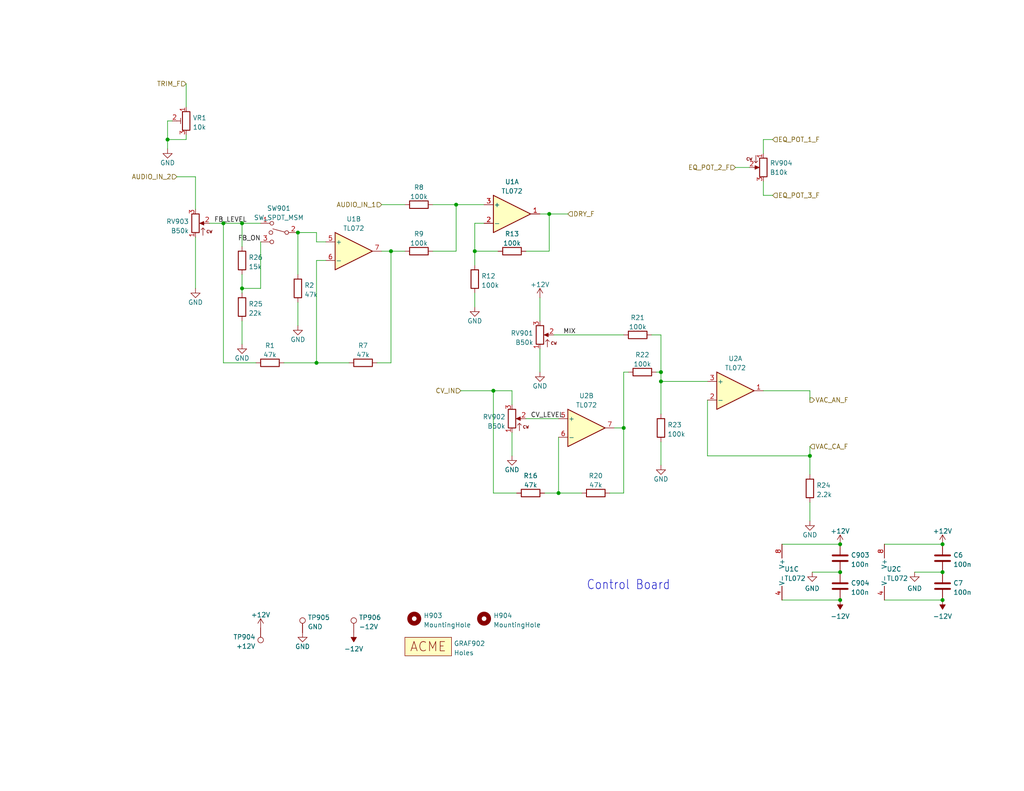
<source format=kicad_sch>
(kicad_sch (version 20211123) (generator eeschema)
  (paper "USLetter")
  (title_block (title "Spring Reverb Rev 2") (company "Music Thing Modular") (comment 1 "Kosmo version by Rich Holmes"))
  (lib_symbols
    (symbol "ao_symbols:C" (pin_numbers hide) (pin_names (offset 0.254))
      (property "Reference" "C" (at 0.635 2.54 0))
      (property "Value" "C" (at 0.635 -2.54 0))
      (symbol "C_0_1"
        (polyline (pts (xy -2.032 -0.762) (xy 2.032 -0.762)) (stroke (width 0.508)))
        (polyline (pts (xy -2.032 0.762) (xy 2.032 0.762)) (stroke (width 0.508)))
      )
      (symbol "C_1_1"
        (pin passive line (at 0 3.81 270) (length 2.794) (name "~") (number "1"))
        (pin passive line (at 0 -3.81 90) (length 2.794) (name "~") (number "2"))
      )
    )
    (symbol "ao_symbols:Graphic" (pin_names (offset 1.016)) (in_bom no)
      (property "Reference" "GRAF" (at 0 -3.81 0))
      (property "Value" "Graphic" (at 0 3.81 0))
      (symbol "Graphic_0_0"
        (rectangle (start -6.35 2.54) (end 6.35 -2.54) (fill (type background)))
        (text "ACME" (at 0 0 0) (effects (font (size 2.54 2.54))))
      )
    )
    (symbol "ao_symbols:MountingHole" (pin_names (offset 1.016)) (in_bom no)
      (property "Reference" "H" (at 0 5.08 0))
      (property "Value" "MountingHole" (at 0 3.175 0))
      (symbol "MountingHole_0_1"
        (circle (center 0 0) (radius 1.27) (stroke (width 1.27)))
      )
    )
    (symbol "ao_symbols:R" (pin_numbers hide) (pin_names (offset 0))
      (property "Reference" "R" (at 2.032 0 90))
      (property "Value" "R" (at 0 0 90))
      (symbol "R_0_1"
        (rectangle (start -1.016 -2.54) (end 1.016 2.54) (stroke (width 0.254)))
      )
      (symbol "R_1_1"
        (pin passive line (at 0 3.81 270) (length 1.27) (name "~") (number "1"))
        (pin passive line (at 0 -3.81 90) (length 1.27) (name "~") (number "2"))
      )
    )
    (symbol "ao_symbols:R_POT" (pin_names (offset 1.016) hide)
      (property "Reference" "RV" (at -4.445 0 90))
      (property "Value" "R_POT" (at -2.54 0 90))
      (symbol "R_POT_0_0"
        (text "CW" (at 3.81 -2.286 0) (effects (font (size 0.762 0.762))))
      )
      (symbol "R_POT_0_1"
        (rectangle (start -1.016 2.54) (end 1.016 -2.54) (stroke (width 0.254)))
        (polyline (pts (xy 2.032 -3.302) (xy 2.032 -1.27)) (stroke (width 0.1524)))
        (polyline (pts (xy 2.54 0) (xy 1.524 0)))
        (polyline (pts (xy 2.54 -1.778) (xy 2.032 -1.27) (xy 1.524 -1.778)) (stroke (width 0.1524)))
        (polyline (pts (xy 1.143 0) (xy 2.286 -0.508) (xy 2.286 0.508) (xy 1.143 0)) (fill (type outline)))
      )
      (symbol "R_POT_1_1"
        (pin passive line (at 0 -3.81 90) (length 1.27) (name "1") (number "1"))
        (pin passive line (at 3.81 0 180) (length 1.27) (name "2") (number "2"))
        (pin passive line (at 0 3.81 270) (length 1.27) (name "3") (number "3"))
      )
    )
    (symbol "ao_symbols:R_POT_TRIM_3296W" (pin_names (offset 1.016) hide)
      (property "Reference" "RV" (at -4.445 0 90))
      (property "Value" "R_POT_TRIM_3296W" (at -2.54 0 90))
      (symbol "R_POT_TRIM_3296W_0_1"
        (polyline (pts (xy 1.524 0.762) (xy 1.524 -0.762)))
        (polyline (pts (xy 2.54 0) (xy 1.524 0)))
        (rectangle (start 1.016 2.54) (end -1.016 -2.54) (stroke (width 0.254)))
      )
      (symbol "R_POT_TRIM_3296W_1_1"
        (pin passive line (at 0 3.81 270) (length 1.27) (name "1") (number "1"))
        (pin passive line (at 3.81 0 180) (length 1.27) (name "2") (number "2"))
        (pin passive line (at 0 -3.81 90) (length 1.27) (name "3") (number "3"))
      )
    )
    (symbol "ao_symbols:SW_SPDT_MSM" (pin_names (offset 0) hide)
      (property "Reference" "SW" (at 0 5.08 0))
      (property "Value" "SW_SPDT_MSM" (at 0 -5.08 0))
      (symbol "SW_SPDT_MSM_0_0"
        (circle (center -2.032 0) (radius 0.508))
        (polyline (pts (xy -1.524 0.127) (xy 1.778 1.016)))
        (circle (center 2.032 -2.54) (radius 0.508))
      )
      (symbol "SW_SPDT_MSM_0_1"
        (circle (center 2.032 2.54) (radius 0.508))
        (circle (center 2.286 0) (radius 0.508))
      )
      (symbol "SW_SPDT_MSM_1_1"
        (pin passive line (at 5.08 2.54 180) (length 2.54) (name "1") (number "1"))
        (pin passive line (at -5.08 0 0) (length 2.54) (name "2") (number "2"))
        (pin passive line (at 5.08 -2.54 180) (length 2.54) (name "3") (number "3"))
      )
    )
    (symbol "ao_symbols:TL072" (pin_names (offset 0.127))
      (property "Reference" "U" (at 0 5.08 0))
      (property "Value" "TL072" (at 0 -5.08 0))
      (symbol "TL072_1_1"
        (polyline (pts (xy -5.08 5.08) (xy 5.08 0) (xy -5.08 -5.08) (xy -5.08 5.08)) (stroke (width 0.254)) (fill (type background)))
        (pin output line (at 7.62 0 180) (length 2.54) (name "~") (number "1"))
        (pin input line (at -7.62 -2.54 0) (length 2.54) (name "-") (number "2"))
        (pin input line (at -7.62 2.54 0) (length 2.54) (name "+") (number "3"))
      )
      (symbol "TL072_2_1"
        (polyline (pts (xy -5.08 5.08) (xy 5.08 0) (xy -5.08 -5.08) (xy -5.08 5.08)) (stroke (width 0.254)) (fill (type background)))
        (pin input line (at -7.62 2.54 0) (length 2.54) (name "+") (number "5"))
        (pin input line (at -7.62 -2.54 0) (length 2.54) (name "-") (number "6"))
        (pin output line (at 7.62 0 180) (length 2.54) (name "~") (number "7"))
      )
      (symbol "TL072_3_1"
        (pin power_in line (at -2.54 -7.62 90) (length 3.81) (name "V-") (number "4"))
        (pin power_in line (at -2.54 7.62 270) (length 3.81) (name "V+") (number "8"))
      )
    )
    (symbol "ao_symbols:TestPoint" (pin_numbers hide) (pin_names (offset 0.762) hide) (in_bom no)
      (property "Reference" "TP" (at 0 6.858 0))
      (property "Value" "TestPoint" (at 0 5.08 0))
      (symbol "TestPoint_0_1"
        (circle (center 0 3.302) (radius 0.762))
      )
      (symbol "TestPoint_1_1"
        (pin passive line (at 0 0 90) (length 2.54) (name "1") (number "1"))
      )
    )
    (symbol "power:+12V" (power) (pin_names (offset 0))
      (property "Value" "+12V" (at 0 3.556 0))
      (symbol "+12V_0_1"
        (polyline (pts (xy -0.762 1.27) (xy 0 2.54)))
        (polyline (pts (xy 0 0) (xy 0 2.54)))
        (polyline (pts (xy 0 2.54) (xy 0.762 1.27)))
      )
      (symbol "+12V_1_1"
        (pin power_in line (at 0 0 90) (length 0) hide (name "+12V") (number "1"))
      )
    )
    (symbol "power:-12V" (power) (pin_names (offset 0))
      (property "Value" "-12V" (at 0 3.81 0))
      (symbol "-12V_0_0"
        (pin power_in line (at 0 0 90) (length 0) hide (name "-12V") (number "1"))
      )
      (symbol "-12V_0_1"
        (polyline (pts (xy 0 0) (xy 0 1.27) (xy 0.762 1.27) (xy 0 2.54) (xy -0.762 1.27) (xy 0 1.27)) (fill (type outline)))
      )
    )
    (symbol "power:GND" (power) (pin_names (offset 0))
      (property "Value" "GND" (at 0 -3.81 0))
      (symbol "GND_0_1"
        (polyline (pts (xy 0 0) (xy 0 -1.27) (xy 1.27 -1.27) (xy 0 -2.54) (xy -1.27 -1.27) (xy 0 -1.27)))
      )
      (symbol "GND_1_1"
        (pin power_in line (at 0 0 270) (length 0) hide (name "GND") (number "1"))
      )
    )
  )
  (junction (at 45.72 38.1))
  (junction (at 170.18 116.84))
  (junction (at 180.34 101.6))
  (junction (at 134.62 106.68))
  (junction (at 124.46 55.88))
  (junction (at 257.175 148.59))
  (junction (at 180.34 104.14))
  (junction (at 149.86 58.42))
  (junction (at 129.54 68.58))
  (junction (at 257.175 156.21))
  (junction (at 86.36 99.06))
  (junction (at 81.28 63.5))
  (junction (at 106.68 68.58))
  (junction (at 66.04 60.96))
  (junction (at 60.96 60.96))
  (junction (at 257.175 163.83))
  (junction (at 229.235 163.83))
  (junction (at 220.98 124.46))
  (junction (at 229.235 148.59))
  (junction (at 229.235 156.21))
  (junction (at 152.4 134.62))
  (junction (at 66.04 78.74))
  (wire (pts (xy 124.46 55.88) (xy 132.08 55.88)))
  (wire (pts (xy 208.28 53.34) (xy 208.28 49.53)))
  (wire (pts (xy 249.555 156.21) (xy 257.175 156.21)))
  (wire (pts (xy 134.62 106.68) (xy 134.62 134.62)))
  (wire (pts (xy 151.13 91.44) (xy 170.18 91.44)))
  (wire (pts (xy 129.54 60.96) (xy 132.08 60.96)))
  (wire (pts (xy 86.36 71.12) (xy 88.9 71.12)))
  (wire (pts (xy 241.3 148.59) (xy 257.175 148.59)))
  (wire (pts (xy 60.96 99.06) (xy 69.85 99.06)))
  (wire (pts (xy 139.7 110.49) (xy 139.7 106.68)))
  (wire (pts (xy 102.87 99.06) (xy 106.68 99.06)))
  (wire (pts (xy 152.4 134.62) (xy 158.75 134.62)))
  (wire (pts (xy 124.46 68.58) (xy 124.46 55.88)))
  (wire (pts (xy 50.8 36.83) (xy 50.8 38.1)))
  (wire (pts (xy 147.32 81.28) (xy 147.32 87.63)))
  (wire (pts (xy 148.59 134.62) (xy 152.4 134.62)))
  (wire (pts (xy 60.96 99.06) (xy 60.96 60.96)))
  (wire (pts (xy 208.28 38.1) (xy 208.28 41.91)))
  (wire (pts (xy 167.64 116.84) (xy 170.18 116.84)))
  (wire (pts (xy 57.15 60.96) (xy 60.96 60.96)))
  (wire (pts (xy 53.34 64.77) (xy 53.34 78.74)))
  (wire (pts (xy 45.72 38.1) (xy 50.8 38.1)))
  (wire (pts (xy 152.4 119.38) (xy 152.4 134.62)))
  (wire (pts (xy 46.99 33.02) (xy 45.72 33.02)))
  (wire (pts (xy 213.36 148.59) (xy 229.235 148.59)))
  (wire (pts (xy 134.62 106.68) (xy 125.73 106.68)))
  (wire (pts (xy 53.34 48.26) (xy 53.34 57.15)))
  (wire (pts (xy 210.82 53.34) (xy 208.28 53.34)))
  (wire (pts (xy 129.54 68.58) (xy 129.54 60.96)))
  (wire (pts (xy 139.7 106.68) (xy 134.62 106.68)))
  (wire (pts (xy 180.34 91.44) (xy 180.34 101.6)))
  (wire (pts (xy 106.68 68.58) (xy 110.49 68.58)))
  (wire (pts (xy 179.07 101.6) (xy 180.34 101.6)))
  (wire (pts (xy 241.3 163.83) (xy 257.175 163.83)))
  (wire (pts (xy 220.98 124.46) (xy 220.98 129.54)))
  (wire (pts (xy 106.68 99.06) (xy 106.68 68.58)))
  (wire (pts (xy 66.04 78.74) (xy 66.04 80.01)))
  (wire (pts (xy 118.11 68.58) (xy 124.46 68.58)))
  (wire (pts (xy 221.615 156.21) (xy 229.235 156.21)))
  (wire (pts (xy 180.34 120.65) (xy 180.34 127)))
  (wire (pts (xy 129.54 68.58) (xy 129.54 72.39)))
  (wire (pts (xy 193.04 124.46) (xy 220.98 124.46)))
  (wire (pts (xy 143.51 114.3) (xy 152.4 114.3)))
  (wire (pts (xy 50.8 22.86) (xy 50.8 29.21)))
  (wire (pts (xy 220.98 121.92) (xy 220.98 124.46)))
  (wire (pts (xy 66.04 74.93) (xy 66.04 78.74)))
  (wire (pts (xy 149.86 68.58) (xy 149.86 58.42)))
  (wire (pts (xy 129.54 80.01) (xy 129.54 83.82)))
  (wire (pts (xy 48.26 48.26) (xy 53.34 48.26)))
  (wire (pts (xy 180.34 104.14) (xy 180.34 113.03)))
  (wire (pts (xy 143.51 68.58) (xy 149.86 68.58)))
  (wire (pts (xy 170.18 101.6) (xy 171.45 101.6)))
  (wire (pts (xy 180.34 104.14) (xy 193.04 104.14)))
  (wire (pts (xy 45.72 33.02) (xy 45.72 38.1)))
  (wire (pts (xy 86.36 63.5) (xy 81.28 63.5)))
  (wire (pts (xy 77.47 99.06) (xy 86.36 99.06)))
  (wire (pts (xy 86.36 99.06) (xy 86.36 71.12)))
  (wire (pts (xy 139.7 118.11) (xy 139.7 124.46)))
  (wire (pts (xy 193.04 109.22) (xy 193.04 124.46)))
  (wire (pts (xy 81.28 63.5) (xy 81.28 74.93)))
  (wire (pts (xy 71.12 60.96) (xy 66.04 60.96)))
  (wire (pts (xy 220.98 137.16) (xy 220.98 142.24)))
  (wire (pts (xy 213.36 163.83) (xy 229.235 163.83)))
  (wire (pts (xy 208.28 106.68) (xy 220.98 106.68)))
  (wire (pts (xy 210.82 38.1) (xy 208.28 38.1)))
  (wire (pts (xy 81.28 82.55) (xy 81.28 88.9)))
  (wire (pts (xy 129.54 68.58) (xy 135.89 68.58)))
  (wire (pts (xy 149.86 58.42) (xy 154.94 58.42)))
  (wire (pts (xy 71.12 78.74) (xy 71.12 66.04)))
  (wire (pts (xy 86.36 99.06) (xy 95.25 99.06)))
  (wire (pts (xy 86.36 66.04) (xy 86.36 63.5)))
  (wire (pts (xy 66.04 87.63) (xy 66.04 93.98)))
  (wire (pts (xy 180.34 101.6) (xy 180.34 104.14)))
  (wire (pts (xy 60.96 60.96) (xy 66.04 60.96)))
  (wire (pts (xy 200.66 45.72) (xy 204.47 45.72)))
  (wire (pts (xy 170.18 101.6) (xy 170.18 116.84)))
  (wire (pts (xy 166.37 134.62) (xy 170.18 134.62)))
  (wire (pts (xy 66.04 78.74) (xy 71.12 78.74)))
  (wire (pts (xy 177.8 91.44) (xy 180.34 91.44)))
  (wire (pts (xy 66.04 60.96) (xy 66.04 67.31)))
  (wire (pts (xy 88.9 66.04) (xy 86.36 66.04)))
  (wire (pts (xy 106.68 68.58) (xy 104.14 68.58)))
  (wire (pts (xy 147.32 95.25) (xy 147.32 101.6)))
  (wire (pts (xy 149.86 58.42) (xy 147.32 58.42)))
  (wire (pts (xy 134.62 134.62) (xy 140.97 134.62)))
  (wire (pts (xy 118.11 55.88) (xy 124.46 55.88)))
  (wire (pts (xy 104.14 55.88) (xy 110.49 55.88)))
  (wire (pts (xy 45.72 38.1) (xy 45.72 40.64)))
  (wire (pts (xy 170.18 134.62) (xy 170.18 116.84)))
  (wire (pts (xy 220.98 106.68) (xy 220.98 109.22)))
  (text "Control Board" (at 160.02 161.29 180) (effects (font (size 2.54 2.159)) (justify left bottom)))
  (label "MIX" (at 153.67 91.44 0))
  (label "CV_LEVEL" (at 144.78 114.3 0))
  (label "FB_LEVEL" (at 58.42 60.96 0))
  (label "FB_ON" (at 71.12 66.04 180))
  (hierarchical_label "CV_IN" (shape input) (at 125.73 106.68 180))
  (hierarchical_label "AUDIO_IN_2" (shape input) (at 48.26 48.26 180))
  (hierarchical_label "EQ_POT_2_F" (shape input) (at 200.66 45.72 180))
  (hierarchical_label "AUDIO_IN_1" (shape input) (at 104.14 55.88 180))
  (hierarchical_label "VAC_CA_F" (shape input) (at 220.98 121.92 0))
  (hierarchical_label "TRIM_F" (shape input) (at 50.8 22.86 180))
  (hierarchical_label "VAC_AN_F" (shape output) (at 220.98 109.22 0))
  (hierarchical_label "EQ_POT_1_F" (shape input) (at 210.82 38.1 0))
  (hierarchical_label "EQ_POT_3_F" (shape input) (at 210.82 53.34 0))
  (hierarchical_label "DRY_F" (shape input) (at 154.94 58.42 0))
  (symbol (lib_id "ao_symbols:R") (at 144.78 134.62 90) (unit 1)
    (property "Reference" "R16" (at 144.78 129.9042 90))
    (property "Value" "47k" (at 144.78 132.4411 90))
    (property "Footprint" "ao_tht:R_Axial_DIN0207_L6.3mm_D2.5mm_P10.16mm_Horizontal" (effects hide))
    (property "Vendor" "Tayda" (effects hide))
  )
  (symbol (lib_id "ao_symbols:TL072") (at 96.52 68.58 0) (unit 2)
    (property "Reference" "U1" (at 96.52 59.8002 0))
    (property "Value" "TL072" (at 96.52 62.3371 0))
    (property "Footprint" "ao_tht:DIP-8_W7.62mm_Socket_LongPads" (effects hide))
    (property "Vendor" "Tayda" (effects hide))
    (property "SKU" "A-037" (effects hide))
  )
  (symbol (lib_id "power:GND") (at 147.32 101.6 0) (unit 1)
    (property "Reference" "#SUPPLY015" (effects hide))
    (property "Value" "GND" (at 147.32 105.41 0))
  )
  (symbol (lib_id "ao_symbols:TL072") (at 200.66 106.68 0) (unit 1)
    (property "Reference" "U2" (at 200.66 97.9002 0))
    (property "Value" "TL072" (at 200.66 100.4371 0))
    (property "Footprint" "ao_tht:DIP-8_W7.62mm_Socket_LongPads" (effects hide))
    (property "Vendor" "Tayda" (effects hide))
    (property "SKU" "A-037" (effects hide))
  )
  (symbol (lib_id "power:-12V") (at 229.235 163.83 180) (unit 1)
    (property "Reference" "#PWR0906" (effects hide))
    (property "Value" "-12V" (at 229.235 168.2734 0))
  )
  (symbol (lib_id "ao_symbols:R") (at 114.3 55.88 90) (unit 1)
    (property "Reference" "R8" (at 114.3 51.1642 90))
    (property "Value" "100k" (at 114.3 53.7011 90))
    (property "Footprint" "ao_tht:R_Axial_DIN0207_L6.3mm_D2.5mm_P10.16mm_Horizontal" (effects hide))
    (property "Vendor" "Tayda" (effects hide))
  )
  (symbol (lib_id "ao_symbols:R_POT") (at 53.34 60.96 0) (unit 1)
    (property "Reference" "RV903" (at 51.562 60.4809 0) (effects (justify right)))
    (property "Value" "B50k" (at 51.562 63.0178 0) (effects (justify right)))
    (property "Footprint" "ao_tht:Potentiometer_Alpha_16mm_Single_Vertical" (effects hide))
    (property "Vendor" "Tayda" (effects hide))
  )
  (symbol (lib_id "ao_symbols:R") (at 175.26 101.6 90) (unit 1)
    (property "Reference" "R22" (at 175.26 96.8842 90))
    (property "Value" "100k" (at 175.26 99.4211 90))
    (property "Footprint" "ao_tht:R_Axial_DIN0207_L6.3mm_D2.5mm_P10.16mm_Horizontal" (effects hide))
    (property "Vendor" "Tayda" (effects hide))
  )
  (symbol (lib_id "ao_symbols:R") (at 66.04 83.82 0) (unit 1)
    (property "Reference" "R25" (at 67.818 82.9853 0) (effects (justify left)))
    (property "Value" "22k" (at 67.818 85.5222 0) (effects (justify left)))
    (property "Footprint" "ao_tht:R_Axial_DIN0207_L6.3mm_D2.5mm_P10.16mm_Horizontal" (effects hide))
    (property "Vendor" "Tayda" (effects hide))
  )
  (symbol (lib_id "ao_symbols:R") (at 162.56 134.62 90) (unit 1)
    (property "Reference" "R20" (at 162.56 129.9042 90))
    (property "Value" "47k" (at 162.56 132.4411 90))
    (property "Footprint" "ao_tht:R_Axial_DIN0207_L6.3mm_D2.5mm_P10.16mm_Horizontal" (effects hide))
    (property "Vendor" "Tayda" (effects hide))
  )
  (symbol (lib_id "ao_symbols:R") (at 173.99 91.44 90) (unit 1)
    (property "Reference" "R21" (at 173.99 86.7242 90))
    (property "Value" "100k" (at 173.99 89.2611 90))
    (property "Footprint" "ao_tht:R_Axial_DIN0207_L6.3mm_D2.5mm_P10.16mm_Horizontal" (effects hide))
    (property "Vendor" "Tayda" (effects hide))
  )
  (symbol (lib_id "ao_symbols:R") (at 81.28 78.74 0) (unit 1)
    (property "Reference" "R2" (at 83.058 77.9053 0) (effects (justify left)))
    (property "Value" "47k" (at 83.058 80.4422 0) (effects (justify left)))
    (property "Footprint" "ao_tht:R_Axial_DIN0207_L6.3mm_D2.5mm_P10.16mm_Horizontal" (effects hide))
    (property "Vendor" "Tayda" (effects hide))
  )
  (symbol (lib_id "power:GND") (at 139.7 124.46 0) (unit 1)
    (property "Reference" "#SUPPLY013" (effects hide))
    (property "Value" "GND" (at 139.7 128.27 0))
  )
  (symbol (lib_id "ao_symbols:R") (at 220.98 133.35 0) (unit 1)
    (property "Reference" "R24" (at 222.758 132.5153 0) (effects (justify left)))
    (property "Value" "2.2k" (at 222.758 135.0522 0) (effects (justify left)))
    (property "Footprint" "ao_tht:R_Axial_DIN0207_L6.3mm_D2.5mm_P10.16mm_Horizontal" (effects hide))
    (property "Vendor" "Tayda" (effects hide))
  )
  (symbol (lib_id "ao_symbols:R_POT") (at 139.7 114.3 0) (unit 1)
    (property "Reference" "RV902" (at 137.922 113.8209 0) (effects (justify right)))
    (property "Value" "B50k" (at 137.922 116.3578 0) (effects (justify right)))
    (property "Footprint" "ao_tht:Potentiometer_Alpha_16mm_Single_Vertical" (effects hide))
    (property "Vendor" "Tayda" (effects hide))
  )
  (symbol (lib_id "ao_symbols:R") (at 114.3 68.58 90) (unit 1)
    (property "Reference" "R9" (at 114.3 63.8642 90))
    (property "Value" "100k" (at 114.3 66.4011 90))
    (property "Footprint" "ao_tht:R_Axial_DIN0207_L6.3mm_D2.5mm_P10.16mm_Horizontal" (effects hide))
    (property "Vendor" "Tayda" (effects hide))
  )
  (symbol (lib_id "ao_symbols:R_POT_TRIM_3296W") (at 50.8 33.02 0) (mirror y) (unit 1)
    (property "Reference" "VR1" (at 52.578 32.1853 0) (effects (justify right)))
    (property "Value" "10k" (at 52.578 34.7222 0) (effects (justify right)))
    (property "Footprint" "ao_tht:Potentiometer_Bourns_3362P_Vertical_screw_centered" (effects hide))
    (property "Vendor" "Tayda" (effects hide))
  )
  (symbol (lib_id "ao_symbols:R") (at 139.7 68.58 90) (unit 1)
    (property "Reference" "R13" (at 139.7 63.8642 90))
    (property "Value" "100k" (at 139.7 66.4011 90))
    (property "Footprint" "ao_tht:R_Axial_DIN0207_L6.3mm_D2.5mm_P10.16mm_Horizontal" (effects hide))
    (property "Vendor" "Tayda" (effects hide))
  )
  (symbol (lib_id "power:GND") (at 81.28 88.9 0) (unit 1)
    (property "Reference" "#SUPPLY012" (effects hide))
    (property "Value" "GND" (at 81.28 92.71 0))
  )
  (symbol (lib_id "power:-12V") (at 96.52 172.72 180) (unit 1)
    (property "Reference" "#PWR0149" (effects hide))
    (property "Value" "-12V" (at 96.52 177.1634 0))
  )
  (symbol (lib_id "ao_symbols:C") (at 229.235 152.4 0) (unit 1)
    (property "Reference" "C903" (at 232.156 151.5653 0) (effects (justify left)))
    (property "Value" "100n" (at 232.156 154.1022 0) (effects (justify left)))
    (property "Footprint" "ao_tht:C_Disc_D3.0mm_W1.6mm_P2.50mm" (effects hide))
    (property "Vendor" "Tayda" (effects hide))
  )
  (symbol (lib_id "power:+12V") (at 229.235 148.59 0) (unit 1)
    (property "Reference" "#PWR0905" (effects hide))
    (property "Value" "+12V" (at 229.235 145.0142 0))
  )
  (symbol (lib_id "power:GND") (at 82.55 172.72 0) (unit 1)
    (property "Reference" "#SUPPLY0102" (effects hide))
    (property "Value" "GND" (at 82.55 176.53 0))
  )
  (symbol (lib_id "power:GND") (at 45.72 40.64 0) (unit 1)
    (property "Reference" "#SUPPLY0101" (effects hide))
    (property "Value" "GND" (at 45.72 44.45 0))
  )
  (symbol (lib_id "ao_symbols:R") (at 66.04 71.12 0) (unit 1)
    (property "Reference" "R26" (at 67.818 70.2853 0) (effects (justify left)))
    (property "Value" "15k" (at 67.818 72.8222 0) (effects (justify left)))
    (property "Footprint" "ao_tht:R_Axial_DIN0207_L6.3mm_D2.5mm_P10.16mm_Horizontal" (effects hide))
    (property "Vendor" "Tayda" (effects hide))
  )
  (symbol (lib_id "ao_symbols:C") (at 257.175 160.02 0) (unit 1)
    (property "Reference" "C7" (at 260.096 159.1853 0) (effects (justify left)))
    (property "Value" "100n" (at 260.096 161.7222 0) (effects (justify left)))
    (property "Footprint" "ao_tht:C_Disc_D3.0mm_W1.6mm_P2.50mm" (effects hide))
    (property "Vendor" "Tayda" (effects hide))
  )
  (symbol (lib_id "ao_symbols:C") (at 229.235 160.02 0) (unit 1)
    (property "Reference" "C904" (at 232.156 159.1853 0) (effects (justify left)))
    (property "Value" "100n" (at 232.156 161.7222 0) (effects (justify left)))
    (property "Footprint" "ao_tht:C_Disc_D3.0mm_W1.6mm_P2.50mm" (effects hide))
    (property "Vendor" "Tayda" (effects hide))
  )
  (symbol (lib_id "ao_symbols:R") (at 180.34 116.84 0) (unit 1)
    (property "Reference" "R23" (at 182.118 116.0053 0) (effects (justify left)))
    (property "Value" "100k" (at 182.118 118.5422 0) (effects (justify left)))
    (property "Footprint" "ao_tht:R_Axial_DIN0207_L6.3mm_D2.5mm_P10.16mm_Horizontal" (effects hide))
    (property "Vendor" "Tayda" (effects hide))
  )
  (symbol (lib_id "ao_symbols:R_POT") (at 147.32 91.44 0) (unit 1)
    (property "Reference" "RV901" (at 145.542 90.9609 0) (effects (justify right)))
    (property "Value" "B50k" (at 145.542 93.4978 0) (effects (justify right)))
    (property "Footprint" "ao_tht:Potentiometer_Alpha_16mm_Single_Vertical" (effects hide))
    (property "Vendor" "Tayda" (effects hide))
  )
  (symbol (lib_id "ao_symbols:TestPoint") (at 82.55 172.72 0) (unit 1) (in_bom no)
    (property "Reference" "TP905" (at 83.947 168.5833 0) (effects (justify left)))
    (property "Value" "GND" (at 83.947 171.1202 0) (effects (justify left)))
    (property "Footprint" "ao_tht:TestPoint_THTPad_D1.5mm_Drill0.7mm" (effects hide))
    (property "Config" "DNF" (effects hide))
  )
  (symbol (lib_id "ao_symbols:TL072") (at 243.84 156.21 0) (unit 3)
    (property "Reference" "U2" (at 241.935 155.3753 0) (effects (justify left)))
    (property "Value" "TL072" (at 241.935 157.9122 0) (effects (justify left)))
    (property "Footprint" "ao_tht:DIP-8_W7.62mm_Socket_LongPads" (effects hide))
    (property "Vendor" "Tayda" (effects hide))
    (property "SKU" "A-037" (effects hide))
  )
  (symbol (lib_id "ao_symbols:R_POT") (at 208.28 45.72 180) (unit 1)
    (property "Reference" "RV904" (at 210.058 44.5297 0) (effects (justify right)))
    (property "Value" "B10k" (at 210.058 47.0666 0) (effects (justify right)))
    (property "Footprint" "ao_tht:Potentiometer_Alpha_16mm_Single_Vertical" (effects hide))
    (property "Vendor" "Tayda" (effects hide))
  )
  (symbol (lib_id "ao_symbols:TestPoint") (at 96.52 172.72 0) (unit 1) (in_bom no)
    (property "Reference" "TP906" (at 97.917 168.5833 0) (effects (justify left)))
    (property "Value" "-12V" (at 97.917 171.1202 0) (effects (justify left)))
    (property "Footprint" "ao_tht:TestPoint_THTPad_D1.5mm_Drill0.7mm" (effects hide))
    (property "Config" "DNF" (effects hide))
  )
  (symbol (lib_id "power:+12V") (at 147.32 81.28 0) (unit 1)
    (property "Reference" "#PWR0112" (effects hide))
    (property "Value" "+12V" (at 147.32 77.7042 0))
  )
  (symbol (lib_id "power:+12V") (at 71.12 171.45 0) (unit 1)
    (property "Reference" "#PWR0150" (effects hide))
    (property "Value" "+12V" (at 71.12 167.8742 0))
  )
  (symbol (lib_id "ao_symbols:TL072") (at 160.02 116.84 0) (unit 2)
    (property "Reference" "U2" (at 160.02 108.0602 0))
    (property "Value" "TL072" (at 160.02 110.5971 0))
    (property "Footprint" "ao_tht:DIP-8_W7.62mm_Socket_LongPads" (effects hide))
    (property "Vendor" "Tayda" (effects hide))
    (property "SKU" "A-037" (effects hide))
  )
  (symbol (lib_id "power:GND") (at 220.98 142.24 0) (unit 1)
    (property "Reference" "#SUPPLY017" (effects hide))
    (property "Value" "GND" (at 220.98 146.05 0))
  )
  (symbol (lib_id "power:GND") (at 53.34 78.74 0) (unit 1)
    (property "Reference" "#SUPPLY03" (effects hide))
    (property "Value" "GND" (at 53.34 82.55 0))
  )
  (symbol (lib_id "ao_symbols:C") (at 257.175 152.4 0) (unit 1)
    (property "Reference" "C6" (at 260.096 151.5653 0) (effects (justify left)))
    (property "Value" "100n" (at 260.096 154.1022 0) (effects (justify left)))
    (property "Footprint" "ao_tht:C_Disc_D3.0mm_W1.6mm_P2.50mm" (effects hide))
    (property "Vendor" "Tayda" (effects hide))
  )
  (symbol (lib_id "ao_symbols:R") (at 99.06 99.06 90) (unit 1)
    (property "Reference" "R7" (at 99.06 94.3442 90))
    (property "Value" "47k" (at 99.06 96.8811 90))
    (property "Footprint" "ao_tht:R_Axial_DIN0207_L6.3mm_D2.5mm_P10.16mm_Horizontal" (effects hide))
    (property "Vendor" "Tayda" (effects hide))
  )
  (symbol (lib_id "power:-12V") (at 257.175 163.83 180) (unit 1)
    (property "Reference" "#PWR0114" (effects hide))
    (property "Value" "-12V" (at 257.175 168.2734 0))
  )
  (symbol (lib_id "ao_symbols:TestPoint") (at 71.12 171.45 0) (mirror x) (unit 1) (in_bom no)
    (property "Reference" "TP904" (at 69.723 173.9173 0) (effects (justify right)))
    (property "Value" "+12V" (at 69.723 176.4542 0) (effects (justify right)))
    (property "Footprint" "ao_tht:TestPoint_THTPad_D1.5mm_Drill0.7mm" (effects hide))
    (property "Config" "DNF" (effects hide))
  )
  (symbol (lib_id "power:GND") (at 221.615 156.21 0) (unit 1)
    (property "Reference" "#PWR0904" (effects hide))
    (property "Value" "GND" (at 221.615 160.6534 0))
  )
  (symbol (lib_id "power:GND") (at 129.54 83.82 0) (unit 1)
    (property "Reference" "#SUPPLY010" (effects hide))
    (property "Value" "GND" (at 129.54 87.63 0))
  )
  (symbol (lib_id "ao_symbols:TL072") (at 215.9 156.21 0) (unit 3)
    (property "Reference" "U1" (at 213.995 155.3753 0) (effects (justify left)))
    (property "Value" "TL072" (at 213.995 157.9122 0) (effects (justify left)))
    (property "Footprint" "ao_tht:DIP-8_W7.62mm_Socket_LongPads" (effects hide))
    (property "Vendor" "Tayda" (effects hide))
    (property "SKU" "A-037" (effects hide))
  )
  (symbol (lib_id "ao_symbols:Graphic") (at 116.84 176.53 0) (unit 1) (in_bom no)
    (property "Reference" "GRAF902" (at 123.825 175.6953 0) (effects (justify left)))
    (property "Value" "Holes" (at 123.825 178.2322 0) (effects (justify left)))
    (property "Footprint" "springreverb:springreverb_panel_holes" (effects hide))
    (property "Config" "DNF" (effects hide))
  )
  (symbol (lib_id "power:+12V") (at 257.175 148.59 0) (unit 1)
    (property "Reference" "#PWR0115" (effects hide))
    (property "Value" "+12V" (at 257.175 145.0142 0))
  )
  (symbol (lib_id "ao_symbols:MountingHole") (at 132.08 168.91 0) (unit 1) (in_bom no)
    (property "Reference" "H904" (at 134.62 168.0753 0) (effects (justify left)))
    (property "Value" "MountingHole" (at 134.62 170.6122 0) (effects (justify left)))
    (property "Footprint" "ao_tht:MountingHole_3.2mm_M3" (effects hide))
    (property "Config" "DNF" (effects hide))
  )
  (symbol (lib_id "ao_symbols:MountingHole") (at 113.03 168.91 0) (unit 1) (in_bom no)
    (property "Reference" "H903" (at 115.57 168.0753 0) (effects (justify left)))
    (property "Value" "MountingHole" (at 115.57 170.6122 0) (effects (justify left)))
    (property "Footprint" "ao_tht:MountingHole_3.2mm_M3" (effects hide))
    (property "Config" "DNF" (effects hide))
  )
  (symbol (lib_id "ao_symbols:R") (at 129.54 76.2 0) (unit 1)
    (property "Reference" "R12" (at 131.318 75.3653 0) (effects (justify left)))
    (property "Value" "100k" (at 131.318 77.9022 0) (effects (justify left)))
    (property "Footprint" "ao_tht:R_Axial_DIN0207_L6.3mm_D2.5mm_P10.16mm_Horizontal" (effects hide))
    (property "Vendor" "Tayda" (effects hide))
  )
  (symbol (lib_id "power:GND") (at 66.04 93.98 0) (unit 1)
    (property "Reference" "#SUPPLY04" (effects hide))
    (property "Value" "GND" (at 66.04 97.79 0))
  )
  (symbol (lib_id "ao_symbols:TL072") (at 139.7 58.42 0) (unit 1)
    (property "Reference" "U1" (at 139.7 49.6402 0))
    (property "Value" "TL072" (at 139.7 52.1771 0))
    (property "Footprint" "ao_tht:DIP-8_W7.62mm_Socket_LongPads" (effects hide))
    (property "Vendor" "Tayda" (effects hide))
    (property "SKU" "A-037" (effects hide))
  )
  (symbol (lib_id "ao_symbols:R") (at 73.66 99.06 90) (unit 1)
    (property "Reference" "R1" (at 73.66 94.3442 90))
    (property "Value" "47k" (at 73.66 96.8811 90))
    (property "Footprint" "ao_tht:R_Axial_DIN0207_L6.3mm_D2.5mm_P10.16mm_Horizontal" (effects hide))
    (property "Vendor" "Tayda" (effects hide))
  )
  (symbol (lib_id "power:GND") (at 249.555 156.21 0) (unit 1)
    (property "Reference" "#PWR0113" (effects hide))
    (property "Value" "GND" (at 249.555 160.6534 0))
  )
  (symbol (lib_id "power:GND") (at 180.34 127 0) (unit 1)
    (property "Reference" "#SUPPLY016" (effects hide))
    (property "Value" "GND" (at 180.34 130.81 0))
  )
  (symbol (lib_id "ao_symbols:SW_SPDT_MSM") (at 76.2 63.5 0) (mirror y) (unit 1)
    (property "Reference" "SW901" (at 76.073 56.8792 0))
    (property "Value" "SW_SPDT_MSM" (at 76.073 59.4161 0))
    (property "Footprint" "ao_tht:SPDT-toggle-switch-1M-series" (effects hide))
    (property "Vendor" "Tayda" (effects hide))
    (property "SKU" "A-3187" (effects hide))
  )
)
</source>
